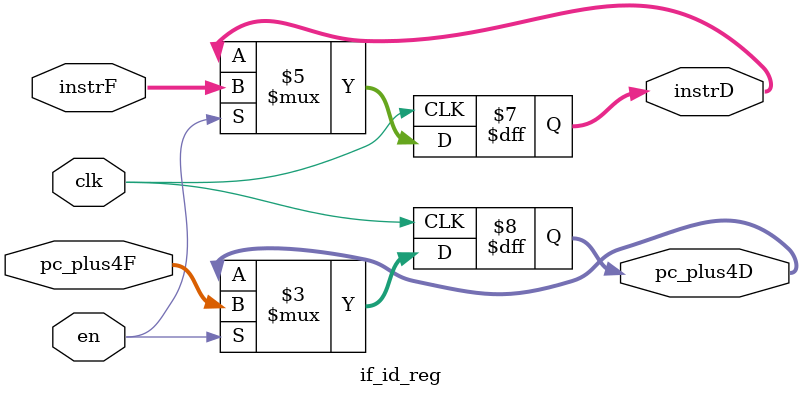
<source format=v>
`timescale 1ns / 1ps


module if_id_reg(
        input  wire [31:0] instrF,
        input  wire [31:0] pc_plus4F,
        input  wire        en,
        input  wire        clk,
        output reg  [31:0] instrD,
        output reg  [31:0] pc_plus4D  
    );
    
    initial begin
        instrD = 0;
        pc_plus4D = 0;
    end
    
    always @(posedge clk) begin
        if (en) begin
            instrD <= instrF;
            pc_plus4D <= pc_plus4F;
        end
    end
    
endmodule

</source>
